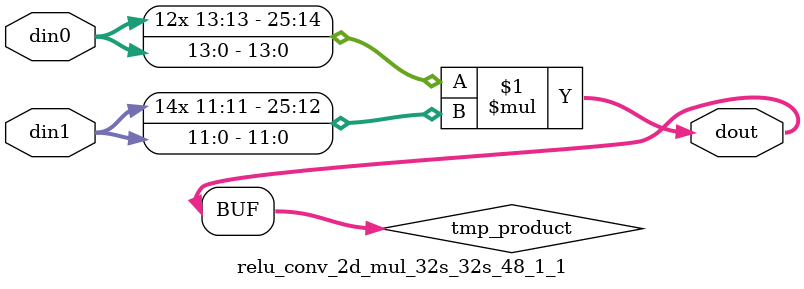
<source format=v>

`timescale 1 ns / 1 ps

 module relu_conv_2d_mul_32s_32s_48_1_1(din0, din1, dout);
parameter ID = 1;
parameter NUM_STAGE = 0;
parameter din0_WIDTH = 14;
parameter din1_WIDTH = 12;
parameter dout_WIDTH = 26;

input [din0_WIDTH - 1 : 0] din0; 
input [din1_WIDTH - 1 : 0] din1; 
output [dout_WIDTH - 1 : 0] dout;

wire signed [dout_WIDTH - 1 : 0] tmp_product;



























assign tmp_product = $signed(din0) * $signed(din1);








assign dout = tmp_product;





















endmodule

</source>
